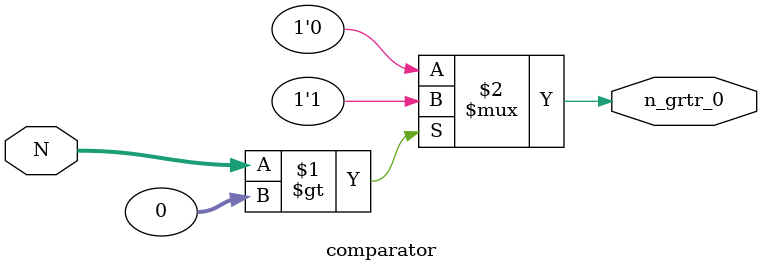
<source format=v>
module comparator (
	input [31:0] N ,
	output n_grtr_0


);


assign n_grtr_0 = (N >0)? 1'b1:1'b0;


endmodule

</source>
